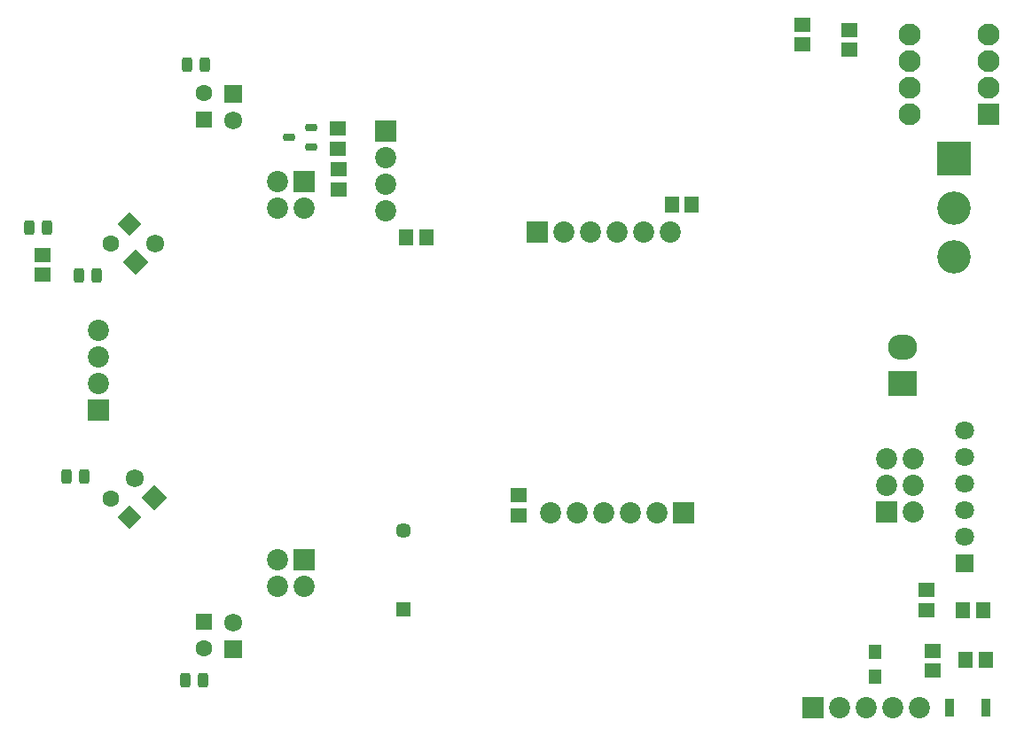
<source format=gbr>
G04 DipTrace 5.1.0.3*
G04 Âåðõíÿÿìàñêà.gbr*
%MOMM*%
G04 #@! TF.FileFunction,Soldermask,Top*
G04 #@! TF.Part,Single*
%AMOUTLINE7*
4,1,4,
0.00002,-1.13137,
-1.13137,-0.00002,
-0.00002,1.13137,
1.13137,0.00002,
0.00002,-1.13137,
0*%
%AMOUTLINE10*
4,1,4,
1.13137,0.0,
0.0,-1.13137,
-1.13137,0.0,
0.0,1.13137,
1.13137,0.0,
0*%
%AMOUTLINE19*
4,1,4,
0.0,1.21622,
1.21622,0.0,
0.0,-1.21622,
-1.21622,0.0,
0.0,1.21622,
0*%
%AMOUTLINE22*
4,1,4,
1.21622,0.00003,
0.00003,-1.21622,
-1.21622,-0.00003,
-0.00003,1.21622,
1.21622,0.00003,
0*%
%AMOUTLINE31*
4,1,28,
-0.555,-0.15828,
-0.555,0.15828,
-0.5486,0.20688,
-0.52858,0.25522,
-0.49673,0.29673,
-0.45522,0.32858,
-0.40688,0.3486,
-0.35828,0.355,
0.35828,0.355,
0.40688,0.3486,
0.45522,0.32858,
0.49673,0.29673,
0.52858,0.25522,
0.5486,0.20688,
0.555,0.15828,
0.555,-0.15828,
0.5486,-0.20688,
0.52858,-0.25522,
0.49673,-0.29673,
0.45522,-0.32858,
0.40688,-0.3486,
0.35828,-0.355,
-0.35828,-0.355,
-0.40688,-0.3486,
-0.45522,-0.32858,
-0.49673,-0.29673,
-0.52858,-0.25522,
-0.5486,-0.20688,
-0.555,-0.15828,
0*%
%AMOUTLINE34*
4,1,28,
0.555,0.15828,
0.555,-0.15828,
0.5486,-0.20688,
0.52858,-0.25522,
0.49673,-0.29673,
0.45522,-0.32858,
0.40688,-0.3486,
0.35828,-0.355,
-0.35828,-0.355,
-0.40688,-0.3486,
-0.45522,-0.32858,
-0.49673,-0.29673,
-0.52858,-0.25522,
-0.5486,-0.20688,
-0.555,-0.15828,
-0.555,0.15828,
-0.5486,0.20688,
-0.52858,0.25522,
-0.49673,0.29673,
-0.45522,0.32858,
-0.40688,0.3486,
-0.35828,0.355,
0.35828,0.355,
0.40688,0.3486,
0.45522,0.32858,
0.49673,0.29673,
0.52858,0.25522,
0.5486,0.20688,
0.555,0.15828,
0*%
%AMOUTLINE37*
4,1,28,
-0.2233,0.70999,
0.22326,0.71001,
0.28997,0.70123,
0.3552,0.67421,
0.41121,0.63124,
0.45418,0.57523,
0.4812,0.51001,
0.48999,0.44329,
0.49001,-0.44326,
0.48123,-0.50998,
0.45422,-0.5752,
0.41124,-0.63121,
0.35524,-0.67419,
0.29001,-0.70121,
0.2233,-0.70999,
-0.22326,-0.71001,
-0.28997,-0.70123,
-0.3552,-0.67421,
-0.41121,-0.63124,
-0.45418,-0.57523,
-0.4812,-0.51001,
-0.48999,-0.44329,
-0.49001,0.44326,
-0.48123,0.50998,
-0.45422,0.5752,
-0.41124,0.63121,
-0.35524,0.67419,
-0.29001,0.70121,
-0.2233,0.70999,
0*%
%AMOUTLINE40*
4,1,28,
0.2233,-0.70999,
-0.22326,-0.71001,
-0.28997,-0.70123,
-0.3552,-0.67421,
-0.41121,-0.63124,
-0.45418,-0.57523,
-0.4812,-0.51001,
-0.48999,-0.44329,
-0.49001,0.44326,
-0.48123,0.50998,
-0.45422,0.5752,
-0.41124,0.63121,
-0.35524,0.67419,
-0.29001,0.70121,
-0.2233,0.70999,
0.22326,0.71001,
0.28997,0.70123,
0.3552,0.67421,
0.41121,0.63124,
0.45418,0.57523,
0.4812,0.51001,
0.48999,0.44329,
0.49001,-0.44326,
0.48123,-0.50998,
0.45422,-0.5752,
0.41124,-0.63121,
0.35524,-0.67419,
0.29001,-0.70121,
0.2233,-0.70999,
0*%
%ADD64C,3.2*%
%ADD66R,3.2X3.2*%
%ADD68C,2.1*%
%ADD70R,2.1X2.1*%
%ADD72R,0.9X1.8*%
%ADD74R,1.72X1.72*%
%ADD76C,1.72*%
%ADD78C,1.45*%
%ADD80R,1.45X1.45*%
%ADD82R,1.2X1.35*%
%ADD84C,1.6*%
%ADD86R,1.6X1.6*%
%ADD92R,1.6X1.4*%
%ADD94R,1.4X1.6*%
%ADD96C,2.02*%
%ADD98R,2.02X2.02*%
%ADD100C,1.8*%
%ADD101R,1.8X1.8*%
%ADD102O,2.8X2.4*%
%ADD104R,2.8X2.4*%
%ADD118OUTLINE7*%
%ADD121OUTLINE10*%
%ADD130OUTLINE19*%
%ADD133OUTLINE22*%
%ADD142OUTLINE31*%
%ADD145OUTLINE34*%
%ADD148OUTLINE37*%
%ADD151OUTLINE40*%
%FSLAX35Y35*%
G04*
G71*
G90*
G75*
G01*
G04 TopMask*
%LPD*%
D104*
X9640860Y4376447D3*
D102*
X9640854Y4726447D3*
D101*
X10231134Y2663970D3*
D100*
X10231126Y2917970D3*
X10231118Y3171970D3*
X10231109Y3425970D3*
X10231101Y3679970D3*
X10231092Y3933970D3*
D98*
X4705236Y6793662D3*
D96*
X4705250Y6539662D3*
X4705264Y6285662D3*
X4705278Y6031662D3*
D92*
X1429541Y5419763D3*
X1429529Y5609763D3*
D86*
X2964631Y2100163D3*
D84*
X2964641Y1846163D3*
D82*
X9379717Y1577130D3*
X9379711Y1812130D3*
D86*
X2964641Y6900163D3*
D84*
X2964633Y7154163D3*
D118*
X2258042Y3100762D3*
D84*
X2078434Y3280363D3*
D121*
X2258040Y5900567D3*
D84*
X2078435Y5720962D3*
D98*
X3924277Y2690733D3*
D96*
X3670277Y2690726D3*
X3924283Y2436733D3*
X3670283Y2436726D3*
D98*
X9484710Y3152167D3*
D96*
X9738710D3*
X9484710Y3406167D3*
X9738710D3*
X9484710Y3660167D3*
X9738710D3*
D98*
X3924237Y6306663D3*
D96*
X3670237D3*
X3924237Y6052663D3*
X3670237D3*
D98*
X7550610Y3142604D3*
D96*
X7296610Y3142598D3*
X7042610Y3142593D3*
X6788610Y3142587D3*
X6534610Y3142582D3*
X6280610Y3142576D3*
D80*
X4875417Y2217843D3*
D78*
Y2977843D3*
D98*
X1964184Y4128074D3*
D96*
X1964179Y4382074D3*
X1964174Y4636074D3*
X1964170Y4890074D3*
D130*
X2491538Y3290461D3*
D76*
X2311933Y3470066D3*
D133*
X2319236Y5539460D3*
D76*
X2498837Y5719070D3*
D74*
X3249140Y1838063D3*
D76*
X3249133Y2092063D3*
D74*
X3249134Y7151863D3*
D76*
X3249139Y6897863D3*
D142*
X3994537Y6637163D3*
Y6827163D3*
D145*
X3783537Y6732163D3*
D148*
X2794537Y1543961D3*
D151*
X2963537Y1543966D3*
D148*
X2810237Y7423863D3*
D151*
X2979237D3*
D92*
X5977835Y3311317D3*
X5977845Y3121317D3*
D94*
X7629113Y6088547D3*
X7439113Y6088540D3*
D148*
X1653537Y3494563D3*
D151*
X1822537D3*
D148*
X1303237Y5865758D3*
D151*
X1472237Y5865768D3*
D94*
X10217257Y2210104D3*
X10407257Y2210116D3*
D92*
X9928728Y1635247D3*
X9928719Y1825247D3*
X8686470Y7811933D3*
X8686483Y7621933D3*
X9130321Y7760350D3*
X9130326Y7570350D3*
D94*
X4901737Y5776854D3*
X5091737Y5776873D3*
X10245037Y1735650D3*
X10435037D3*
D92*
X4251537Y6424863D3*
Y6234863D3*
X4251134Y6816263D3*
X4251139Y6626263D3*
X9871383Y2402703D3*
X9871391Y2212703D3*
D148*
X1774937Y5409961D3*
D151*
X1943937Y5409966D3*
D98*
X6150754Y5827925D3*
D96*
X6404754Y5827932D3*
X6658754Y5827940D3*
X6912754Y5827947D3*
X7166754Y5827955D3*
X7420754Y5827962D3*
D72*
X10092261Y1278536D3*
X10432261Y1278546D3*
D70*
X10464706Y6953552D3*
D68*
X10464698Y7207552D3*
X10464739Y7461552D3*
X10464731Y7715552D3*
X9710431Y7715527D3*
X9710439Y7461527D3*
X9710448Y7207527D3*
X9710456Y6953527D3*
D66*
X10129747Y6526743D3*
D64*
Y6056743D3*
X10129746Y5586743D3*
D98*
X8782630Y1278540D3*
D96*
X9036630D3*
X9290630D3*
X9544630D3*
X9798630D3*
M02*

</source>
